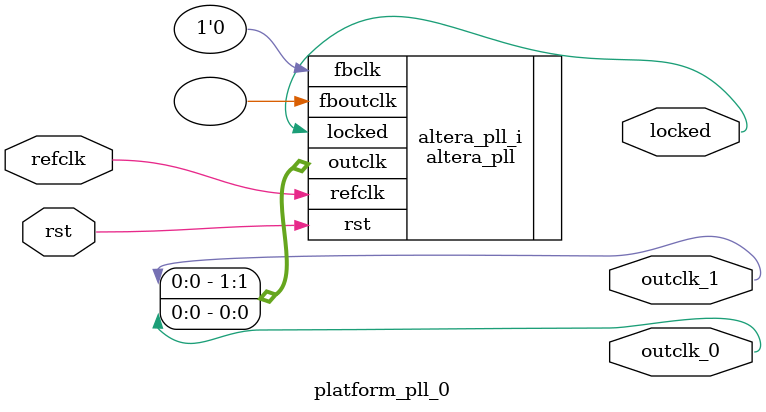
<source format=v>
`timescale 1ns/10ps
module  platform_pll_0(

	// interface 'refclk'
	input wire refclk,

	// interface 'reset'
	input wire rst,

	// interface 'outclk0'
	output wire outclk_0,

	// interface 'outclk1'
	output wire outclk_1,

	// interface 'locked'
	output wire locked
);

	altera_pll #(
		.fractional_vco_multiplier("false"),
		.reference_clock_frequency("50.0 MHz"),
		.operation_mode("direct"),
		.number_of_clocks(2),
		.output_clock_frequency0("143.000000 MHz"),
		.phase_shift0("0 ps"),
		.duty_cycle0(50),
		.output_clock_frequency1("143.000000 MHz"),
		.phase_shift1("-2972 ps"),
		.duty_cycle1(50),
		.output_clock_frequency2("0 MHz"),
		.phase_shift2("0 ps"),
		.duty_cycle2(50),
		.output_clock_frequency3("0 MHz"),
		.phase_shift3("0 ps"),
		.duty_cycle3(50),
		.output_clock_frequency4("0 MHz"),
		.phase_shift4("0 ps"),
		.duty_cycle4(50),
		.output_clock_frequency5("0 MHz"),
		.phase_shift5("0 ps"),
		.duty_cycle5(50),
		.output_clock_frequency6("0 MHz"),
		.phase_shift6("0 ps"),
		.duty_cycle6(50),
		.output_clock_frequency7("0 MHz"),
		.phase_shift7("0 ps"),
		.duty_cycle7(50),
		.output_clock_frequency8("0 MHz"),
		.phase_shift8("0 ps"),
		.duty_cycle8(50),
		.output_clock_frequency9("0 MHz"),
		.phase_shift9("0 ps"),
		.duty_cycle9(50),
		.output_clock_frequency10("0 MHz"),
		.phase_shift10("0 ps"),
		.duty_cycle10(50),
		.output_clock_frequency11("0 MHz"),
		.phase_shift11("0 ps"),
		.duty_cycle11(50),
		.output_clock_frequency12("0 MHz"),
		.phase_shift12("0 ps"),
		.duty_cycle12(50),
		.output_clock_frequency13("0 MHz"),
		.phase_shift13("0 ps"),
		.duty_cycle13(50),
		.output_clock_frequency14("0 MHz"),
		.phase_shift14("0 ps"),
		.duty_cycle14(50),
		.output_clock_frequency15("0 MHz"),
		.phase_shift15("0 ps"),
		.duty_cycle15(50),
		.output_clock_frequency16("0 MHz"),
		.phase_shift16("0 ps"),
		.duty_cycle16(50),
		.output_clock_frequency17("0 MHz"),
		.phase_shift17("0 ps"),
		.duty_cycle17(50),
		.pll_type("General"),
		.pll_subtype("General")
	) altera_pll_i (
		.rst	(rst),
		.outclk	({outclk_1, outclk_0}),
		.locked	(locked),
		.fboutclk	( ),
		.fbclk	(1'b0),
		.refclk	(refclk)
	);
endmodule


</source>
